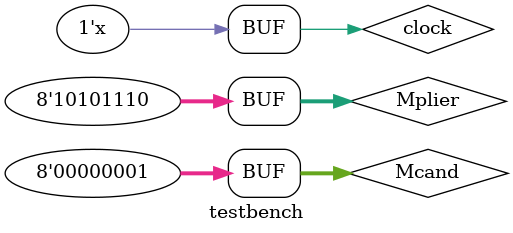
<source format=v>
`timescale 1ns / 1ps


module testbench(

    );
    reg [7:0] Mplier;
    reg [7:0] Mcand;
    reg load;
    wire [15:0] product;
    wire done;
    reg clock;
    wire [16:0] ACC;
    wire [1:0] state;
    
    
    CombLogic1 instance1(
        .Mplier(Mplier),
        .Mcand(Mcand),
        .load(load),
        .product(product),
        .done(done),
        .clock(clock),
        .ACC(ACC),
        .state(state));
    
    
    initial
    begin
        Mplier <= 8'b10101110;
        Mcand <= 8'b00000001;
        clock = 0;
    end
    
    always #20 clock = ~clock;
endmodule

</source>
